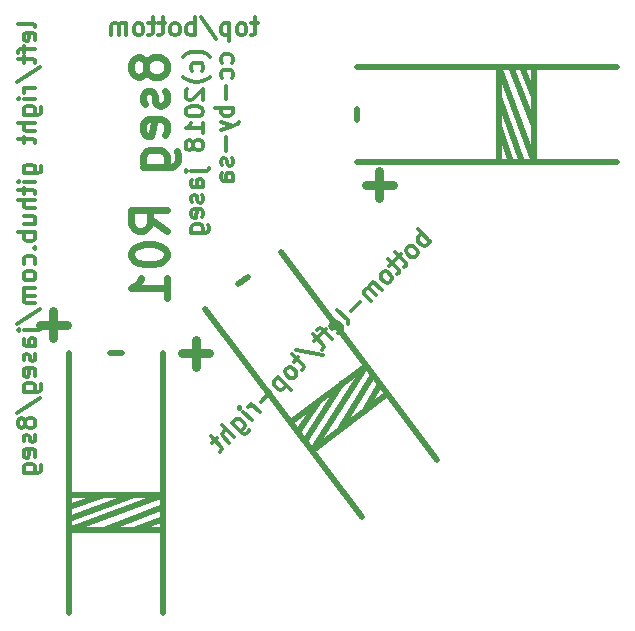
<source format=gbr>
G04 #@! TF.GenerationSoftware,KiCad,Pcbnew,(5.0.1)*
G04 #@! TF.CreationDate,2018-11-27T11:01:09+09:00*
G04 #@! TF.ProjectId,corner,636F726E65722E6B696361645F706362,rev?*
G04 #@! TF.SameCoordinates,Original*
G04 #@! TF.FileFunction,Legend,Bot*
G04 #@! TF.FilePolarity,Positive*
%FSLAX46Y46*%
G04 Gerber Fmt 4.6, Leading zero omitted, Abs format (unit mm)*
G04 Created by KiCad (PCBNEW (5.0.1)) date Tue Nov 27 11:01:09 2018*
%MOMM*%
%LPD*%
G01*
G04 APERTURE LIST*
%ADD10C,0.300000*%
%ADD11C,0.600000*%
%ADD12C,0.750000*%
%ADD13C,0.500000*%
G04 APERTURE END LIST*
D10*
X146478571Y-49362857D02*
X147692857Y-49362857D01*
X147835714Y-49291428D01*
X147907142Y-49220000D01*
X147978571Y-49077142D01*
X147978571Y-48862857D01*
X147907142Y-48720000D01*
X147407142Y-49362857D02*
X147478571Y-49220000D01*
X147478571Y-48934285D01*
X147407142Y-48791428D01*
X147335714Y-48720000D01*
X147192857Y-48648571D01*
X146764285Y-48648571D01*
X146621428Y-48720000D01*
X146550000Y-48791428D01*
X146478571Y-48934285D01*
X146478571Y-49220000D01*
X146550000Y-49362857D01*
X147478571Y-50077142D02*
X146478571Y-50077142D01*
X145978571Y-50077142D02*
X146050000Y-50005714D01*
X146121428Y-50077142D01*
X146050000Y-50148571D01*
X145978571Y-50077142D01*
X146121428Y-50077142D01*
X146478571Y-50577142D02*
X146478571Y-51148571D01*
X145978571Y-50791428D02*
X147264285Y-50791428D01*
X147407142Y-50862857D01*
X147478571Y-51005714D01*
X147478571Y-51148571D01*
X147478571Y-51648571D02*
X145978571Y-51648571D01*
X147478571Y-52291428D02*
X146692857Y-52291428D01*
X146550000Y-52220000D01*
X146478571Y-52077142D01*
X146478571Y-51862857D01*
X146550000Y-51720000D01*
X146621428Y-51648571D01*
X146478571Y-53648571D02*
X147478571Y-53648571D01*
X146478571Y-53005714D02*
X147264285Y-53005714D01*
X147407142Y-53077142D01*
X147478571Y-53220000D01*
X147478571Y-53434285D01*
X147407142Y-53577142D01*
X147335714Y-53648571D01*
X147478571Y-54362857D02*
X145978571Y-54362857D01*
X146550000Y-54362857D02*
X146478571Y-54505714D01*
X146478571Y-54791428D01*
X146550000Y-54934285D01*
X146621428Y-55005714D01*
X146764285Y-55077142D01*
X147192857Y-55077142D01*
X147335714Y-55005714D01*
X147407142Y-54934285D01*
X147478571Y-54791428D01*
X147478571Y-54505714D01*
X147407142Y-54362857D01*
X147335714Y-55720000D02*
X147407142Y-55791428D01*
X147478571Y-55720000D01*
X147407142Y-55648571D01*
X147335714Y-55720000D01*
X147478571Y-55720000D01*
X147407142Y-57077142D02*
X147478571Y-56934285D01*
X147478571Y-56648571D01*
X147407142Y-56505714D01*
X147335714Y-56434285D01*
X147192857Y-56362857D01*
X146764285Y-56362857D01*
X146621428Y-56434285D01*
X146550000Y-56505714D01*
X146478571Y-56648571D01*
X146478571Y-56934285D01*
X146550000Y-57077142D01*
X147478571Y-57934285D02*
X147407142Y-57791428D01*
X147335714Y-57720000D01*
X147192857Y-57648571D01*
X146764285Y-57648571D01*
X146621428Y-57720000D01*
X146550000Y-57791428D01*
X146478571Y-57934285D01*
X146478571Y-58148571D01*
X146550000Y-58291428D01*
X146621428Y-58362857D01*
X146764285Y-58434285D01*
X147192857Y-58434285D01*
X147335714Y-58362857D01*
X147407142Y-58291428D01*
X147478571Y-58148571D01*
X147478571Y-57934285D01*
X147478571Y-59077142D02*
X146478571Y-59077142D01*
X146621428Y-59077142D02*
X146550000Y-59148571D01*
X146478571Y-59291428D01*
X146478571Y-59505714D01*
X146550000Y-59648571D01*
X146692857Y-59720000D01*
X147478571Y-59720000D01*
X146692857Y-59720000D02*
X146550000Y-59791428D01*
X146478571Y-59934285D01*
X146478571Y-60148571D01*
X146550000Y-60291428D01*
X146692857Y-60362857D01*
X147478571Y-60362857D01*
X145907142Y-62148571D02*
X147835714Y-60862857D01*
X146478571Y-62648571D02*
X147764285Y-62648571D01*
X147907142Y-62577142D01*
X147978571Y-62434285D01*
X147978571Y-62362857D01*
X145978571Y-62648571D02*
X146050000Y-62577142D01*
X146121428Y-62648571D01*
X146050000Y-62720000D01*
X145978571Y-62648571D01*
X146121428Y-62648571D01*
X147478571Y-64005714D02*
X146692857Y-64005714D01*
X146550000Y-63934285D01*
X146478571Y-63791428D01*
X146478571Y-63505714D01*
X146550000Y-63362857D01*
X147407142Y-64005714D02*
X147478571Y-63862857D01*
X147478571Y-63505714D01*
X147407142Y-63362857D01*
X147264285Y-63291428D01*
X147121428Y-63291428D01*
X146978571Y-63362857D01*
X146907142Y-63505714D01*
X146907142Y-63862857D01*
X146835714Y-64005714D01*
X147407142Y-64648571D02*
X147478571Y-64791428D01*
X147478571Y-65077142D01*
X147407142Y-65220000D01*
X147264285Y-65291428D01*
X147192857Y-65291428D01*
X147050000Y-65220000D01*
X146978571Y-65077142D01*
X146978571Y-64862857D01*
X146907142Y-64720000D01*
X146764285Y-64648571D01*
X146692857Y-64648571D01*
X146550000Y-64720000D01*
X146478571Y-64862857D01*
X146478571Y-65077142D01*
X146550000Y-65220000D01*
X147407142Y-66505714D02*
X147478571Y-66362857D01*
X147478571Y-66077142D01*
X147407142Y-65934285D01*
X147264285Y-65862857D01*
X146692857Y-65862857D01*
X146550000Y-65934285D01*
X146478571Y-66077142D01*
X146478571Y-66362857D01*
X146550000Y-66505714D01*
X146692857Y-66577142D01*
X146835714Y-66577142D01*
X146978571Y-65862857D01*
X146478571Y-67862857D02*
X147692857Y-67862857D01*
X147835714Y-67791428D01*
X147907142Y-67720000D01*
X147978571Y-67577142D01*
X147978571Y-67362857D01*
X147907142Y-67220000D01*
X147407142Y-67862857D02*
X147478571Y-67720000D01*
X147478571Y-67434285D01*
X147407142Y-67291428D01*
X147335714Y-67220000D01*
X147192857Y-67148571D01*
X146764285Y-67148571D01*
X146621428Y-67220000D01*
X146550000Y-67291428D01*
X146478571Y-67434285D01*
X146478571Y-67720000D01*
X146550000Y-67862857D01*
X145907142Y-69648571D02*
X147835714Y-68362857D01*
X146621428Y-70362857D02*
X146550000Y-70220000D01*
X146478571Y-70148571D01*
X146335714Y-70077142D01*
X146264285Y-70077142D01*
X146121428Y-70148571D01*
X146050000Y-70220000D01*
X145978571Y-70362857D01*
X145978571Y-70648571D01*
X146050000Y-70791428D01*
X146121428Y-70862857D01*
X146264285Y-70934285D01*
X146335714Y-70934285D01*
X146478571Y-70862857D01*
X146550000Y-70791428D01*
X146621428Y-70648571D01*
X146621428Y-70362857D01*
X146692857Y-70220000D01*
X146764285Y-70148571D01*
X146907142Y-70077142D01*
X147192857Y-70077142D01*
X147335714Y-70148571D01*
X147407142Y-70220000D01*
X147478571Y-70362857D01*
X147478571Y-70648571D01*
X147407142Y-70791428D01*
X147335714Y-70862857D01*
X147192857Y-70934285D01*
X146907142Y-70934285D01*
X146764285Y-70862857D01*
X146692857Y-70791428D01*
X146621428Y-70648571D01*
X147407142Y-71505714D02*
X147478571Y-71648571D01*
X147478571Y-71934285D01*
X147407142Y-72077142D01*
X147264285Y-72148571D01*
X147192857Y-72148571D01*
X147050000Y-72077142D01*
X146978571Y-71934285D01*
X146978571Y-71720000D01*
X146907142Y-71577142D01*
X146764285Y-71505714D01*
X146692857Y-71505714D01*
X146550000Y-71577142D01*
X146478571Y-71720000D01*
X146478571Y-71934285D01*
X146550000Y-72077142D01*
X147407142Y-73362857D02*
X147478571Y-73220000D01*
X147478571Y-72934285D01*
X147407142Y-72791428D01*
X147264285Y-72720000D01*
X146692857Y-72720000D01*
X146550000Y-72791428D01*
X146478571Y-72934285D01*
X146478571Y-73220000D01*
X146550000Y-73362857D01*
X146692857Y-73434285D01*
X146835714Y-73434285D01*
X146978571Y-72720000D01*
X146478571Y-74720000D02*
X147692857Y-74720000D01*
X147835714Y-74648571D01*
X147907142Y-74577142D01*
X147978571Y-74434285D01*
X147978571Y-74220000D01*
X147907142Y-74077142D01*
X147407142Y-74720000D02*
X147478571Y-74577142D01*
X147478571Y-74291428D01*
X147407142Y-74148571D01*
X147335714Y-74077142D01*
X147192857Y-74005714D01*
X146764285Y-74005714D01*
X146621428Y-74077142D01*
X146550000Y-74148571D01*
X146478571Y-74291428D01*
X146478571Y-74577142D01*
X146550000Y-74720000D01*
X164107142Y-40021428D02*
X164178571Y-39878571D01*
X164178571Y-39592857D01*
X164107142Y-39450000D01*
X164035714Y-39378571D01*
X163892857Y-39307142D01*
X163464285Y-39307142D01*
X163321428Y-39378571D01*
X163250000Y-39450000D01*
X163178571Y-39592857D01*
X163178571Y-39878571D01*
X163250000Y-40021428D01*
X164107142Y-41307142D02*
X164178571Y-41164285D01*
X164178571Y-40878571D01*
X164107142Y-40735714D01*
X164035714Y-40664285D01*
X163892857Y-40592857D01*
X163464285Y-40592857D01*
X163321428Y-40664285D01*
X163250000Y-40735714D01*
X163178571Y-40878571D01*
X163178571Y-41164285D01*
X163250000Y-41307142D01*
X163607142Y-41950000D02*
X163607142Y-43092857D01*
X164178571Y-43807142D02*
X162678571Y-43807142D01*
X163250000Y-43807142D02*
X163178571Y-43950000D01*
X163178571Y-44235714D01*
X163250000Y-44378571D01*
X163321428Y-44450000D01*
X163464285Y-44521428D01*
X163892857Y-44521428D01*
X164035714Y-44450000D01*
X164107142Y-44378571D01*
X164178571Y-44235714D01*
X164178571Y-43950000D01*
X164107142Y-43807142D01*
X163178571Y-45021428D02*
X164178571Y-45378571D01*
X163178571Y-45735714D02*
X164178571Y-45378571D01*
X164535714Y-45235714D01*
X164607142Y-45164285D01*
X164678571Y-45021428D01*
X163607142Y-46307142D02*
X163607142Y-47450000D01*
X164107142Y-48092857D02*
X164178571Y-48235714D01*
X164178571Y-48521428D01*
X164107142Y-48664285D01*
X163964285Y-48735714D01*
X163892857Y-48735714D01*
X163750000Y-48664285D01*
X163678571Y-48521428D01*
X163678571Y-48307142D01*
X163607142Y-48164285D01*
X163464285Y-48092857D01*
X163392857Y-48092857D01*
X163250000Y-48164285D01*
X163178571Y-48307142D01*
X163178571Y-48521428D01*
X163250000Y-48664285D01*
X164178571Y-50021428D02*
X163392857Y-50021428D01*
X163250000Y-49950000D01*
X163178571Y-49807142D01*
X163178571Y-49521428D01*
X163250000Y-49378571D01*
X164107142Y-50021428D02*
X164178571Y-49878571D01*
X164178571Y-49521428D01*
X164107142Y-49378571D01*
X163964285Y-49307142D01*
X163821428Y-49307142D01*
X163678571Y-49378571D01*
X163607142Y-49521428D01*
X163607142Y-49878571D01*
X163535714Y-50021428D01*
X162260000Y-39490000D02*
X162188571Y-39418571D01*
X161974285Y-39275714D01*
X161831428Y-39204285D01*
X161617142Y-39132857D01*
X161260000Y-39061428D01*
X160974285Y-39061428D01*
X160617142Y-39132857D01*
X160402857Y-39204285D01*
X160260000Y-39275714D01*
X160045714Y-39418571D01*
X159974285Y-39490000D01*
X161617142Y-40704285D02*
X161688571Y-40561428D01*
X161688571Y-40275714D01*
X161617142Y-40132857D01*
X161545714Y-40061428D01*
X161402857Y-39990000D01*
X160974285Y-39990000D01*
X160831428Y-40061428D01*
X160760000Y-40132857D01*
X160688571Y-40275714D01*
X160688571Y-40561428D01*
X160760000Y-40704285D01*
X162260000Y-41204285D02*
X162188571Y-41275714D01*
X161974285Y-41418571D01*
X161831428Y-41490000D01*
X161617142Y-41561428D01*
X161260000Y-41632857D01*
X160974285Y-41632857D01*
X160617142Y-41561428D01*
X160402857Y-41490000D01*
X160260000Y-41418571D01*
X160045714Y-41275714D01*
X159974285Y-41204285D01*
X160331428Y-42275714D02*
X160260000Y-42347142D01*
X160188571Y-42490000D01*
X160188571Y-42847142D01*
X160260000Y-42990000D01*
X160331428Y-43061428D01*
X160474285Y-43132857D01*
X160617142Y-43132857D01*
X160831428Y-43061428D01*
X161688571Y-42204285D01*
X161688571Y-43132857D01*
X160188571Y-44061428D02*
X160188571Y-44204285D01*
X160260000Y-44347142D01*
X160331428Y-44418571D01*
X160474285Y-44490000D01*
X160760000Y-44561428D01*
X161117142Y-44561428D01*
X161402857Y-44490000D01*
X161545714Y-44418571D01*
X161617142Y-44347142D01*
X161688571Y-44204285D01*
X161688571Y-44061428D01*
X161617142Y-43918571D01*
X161545714Y-43847142D01*
X161402857Y-43775714D01*
X161117142Y-43704285D01*
X160760000Y-43704285D01*
X160474285Y-43775714D01*
X160331428Y-43847142D01*
X160260000Y-43918571D01*
X160188571Y-44061428D01*
X161688571Y-45990000D02*
X161688571Y-45132857D01*
X161688571Y-45561428D02*
X160188571Y-45561428D01*
X160402857Y-45418571D01*
X160545714Y-45275714D01*
X160617142Y-45132857D01*
X160831428Y-46847142D02*
X160760000Y-46704285D01*
X160688571Y-46632857D01*
X160545714Y-46561428D01*
X160474285Y-46561428D01*
X160331428Y-46632857D01*
X160260000Y-46704285D01*
X160188571Y-46847142D01*
X160188571Y-47132857D01*
X160260000Y-47275714D01*
X160331428Y-47347142D01*
X160474285Y-47418571D01*
X160545714Y-47418571D01*
X160688571Y-47347142D01*
X160760000Y-47275714D01*
X160831428Y-47132857D01*
X160831428Y-46847142D01*
X160902857Y-46704285D01*
X160974285Y-46632857D01*
X161117142Y-46561428D01*
X161402857Y-46561428D01*
X161545714Y-46632857D01*
X161617142Y-46704285D01*
X161688571Y-46847142D01*
X161688571Y-47132857D01*
X161617142Y-47275714D01*
X161545714Y-47347142D01*
X161402857Y-47418571D01*
X161117142Y-47418571D01*
X160974285Y-47347142D01*
X160902857Y-47275714D01*
X160831428Y-47132857D01*
X160688571Y-49204285D02*
X161974285Y-49204285D01*
X162117142Y-49132857D01*
X162188571Y-48990000D01*
X162188571Y-48918571D01*
X160188571Y-49204285D02*
X160260000Y-49132857D01*
X160331428Y-49204285D01*
X160260000Y-49275714D01*
X160188571Y-49204285D01*
X160331428Y-49204285D01*
X161688571Y-50561428D02*
X160902857Y-50561428D01*
X160760000Y-50490000D01*
X160688571Y-50347142D01*
X160688571Y-50061428D01*
X160760000Y-49918571D01*
X161617142Y-50561428D02*
X161688571Y-50418571D01*
X161688571Y-50061428D01*
X161617142Y-49918571D01*
X161474285Y-49847142D01*
X161331428Y-49847142D01*
X161188571Y-49918571D01*
X161117142Y-50061428D01*
X161117142Y-50418571D01*
X161045714Y-50561428D01*
X161617142Y-51204285D02*
X161688571Y-51347142D01*
X161688571Y-51632857D01*
X161617142Y-51775714D01*
X161474285Y-51847142D01*
X161402857Y-51847142D01*
X161260000Y-51775714D01*
X161188571Y-51632857D01*
X161188571Y-51418571D01*
X161117142Y-51275714D01*
X160974285Y-51204285D01*
X160902857Y-51204285D01*
X160760000Y-51275714D01*
X160688571Y-51418571D01*
X160688571Y-51632857D01*
X160760000Y-51775714D01*
X161617142Y-53061428D02*
X161688571Y-52918571D01*
X161688571Y-52632857D01*
X161617142Y-52490000D01*
X161474285Y-52418571D01*
X160902857Y-52418571D01*
X160760000Y-52490000D01*
X160688571Y-52632857D01*
X160688571Y-52918571D01*
X160760000Y-53061428D01*
X160902857Y-53132857D01*
X161045714Y-53132857D01*
X161188571Y-52418571D01*
X160688571Y-54418571D02*
X161902857Y-54418571D01*
X162045714Y-54347142D01*
X162117142Y-54275714D01*
X162188571Y-54132857D01*
X162188571Y-53918571D01*
X162117142Y-53775714D01*
X161617142Y-54418571D02*
X161688571Y-54275714D01*
X161688571Y-53990000D01*
X161617142Y-53847142D01*
X161545714Y-53775714D01*
X161402857Y-53704285D01*
X160974285Y-53704285D01*
X160831428Y-53775714D01*
X160760000Y-53847142D01*
X160688571Y-53990000D01*
X160688571Y-54275714D01*
X160760000Y-54418571D01*
D11*
X156862857Y-40087142D02*
X156720000Y-39801428D01*
X156577142Y-39658571D01*
X156291428Y-39515714D01*
X156148571Y-39515714D01*
X155862857Y-39658571D01*
X155720000Y-39801428D01*
X155577142Y-40087142D01*
X155577142Y-40658571D01*
X155720000Y-40944285D01*
X155862857Y-41087142D01*
X156148571Y-41230000D01*
X156291428Y-41230000D01*
X156577142Y-41087142D01*
X156720000Y-40944285D01*
X156862857Y-40658571D01*
X156862857Y-40087142D01*
X157005714Y-39801428D01*
X157148571Y-39658571D01*
X157434285Y-39515714D01*
X158005714Y-39515714D01*
X158291428Y-39658571D01*
X158434285Y-39801428D01*
X158577142Y-40087142D01*
X158577142Y-40658571D01*
X158434285Y-40944285D01*
X158291428Y-41087142D01*
X158005714Y-41230000D01*
X157434285Y-41230000D01*
X157148571Y-41087142D01*
X157005714Y-40944285D01*
X156862857Y-40658571D01*
X158434285Y-42372857D02*
X158577142Y-42658571D01*
X158577142Y-43230000D01*
X158434285Y-43515714D01*
X158148571Y-43658571D01*
X158005714Y-43658571D01*
X157720000Y-43515714D01*
X157577142Y-43230000D01*
X157577142Y-42801428D01*
X157434285Y-42515714D01*
X157148571Y-42372857D01*
X157005714Y-42372857D01*
X156720000Y-42515714D01*
X156577142Y-42801428D01*
X156577142Y-43230000D01*
X156720000Y-43515714D01*
X158434285Y-46087142D02*
X158577142Y-45801428D01*
X158577142Y-45230000D01*
X158434285Y-44944285D01*
X158148571Y-44801428D01*
X157005714Y-44801428D01*
X156720000Y-44944285D01*
X156577142Y-45230000D01*
X156577142Y-45801428D01*
X156720000Y-46087142D01*
X157005714Y-46230000D01*
X157291428Y-46230000D01*
X157577142Y-44801428D01*
X156577142Y-48801428D02*
X159005714Y-48801428D01*
X159291428Y-48658571D01*
X159434285Y-48515714D01*
X159577142Y-48230000D01*
X159577142Y-47801428D01*
X159434285Y-47515714D01*
X158434285Y-48801428D02*
X158577142Y-48515714D01*
X158577142Y-47944285D01*
X158434285Y-47658571D01*
X158291428Y-47515714D01*
X158005714Y-47372857D01*
X157148571Y-47372857D01*
X156862857Y-47515714D01*
X156720000Y-47658571D01*
X156577142Y-47944285D01*
X156577142Y-48515714D01*
X156720000Y-48801428D01*
X158577142Y-54230000D02*
X157148571Y-53230000D01*
X158577142Y-52515714D02*
X155577142Y-52515714D01*
X155577142Y-53658571D01*
X155720000Y-53944285D01*
X155862857Y-54087142D01*
X156148571Y-54230000D01*
X156577142Y-54230000D01*
X156862857Y-54087142D01*
X157005714Y-53944285D01*
X157148571Y-53658571D01*
X157148571Y-52515714D01*
X155577142Y-56087142D02*
X155577142Y-56372857D01*
X155720000Y-56658571D01*
X155862857Y-56801428D01*
X156148571Y-56944285D01*
X156720000Y-57087142D01*
X157434285Y-57087142D01*
X158005714Y-56944285D01*
X158291428Y-56801428D01*
X158434285Y-56658571D01*
X158577142Y-56372857D01*
X158577142Y-56087142D01*
X158434285Y-55801428D01*
X158291428Y-55658571D01*
X158005714Y-55515714D01*
X157434285Y-55372857D01*
X156720000Y-55372857D01*
X156148571Y-55515714D01*
X155862857Y-55658571D01*
X155720000Y-55801428D01*
X155577142Y-56087142D01*
X158577142Y-59944285D02*
X158577142Y-58230000D01*
X158577142Y-59087142D02*
X155577142Y-59087142D01*
X156005714Y-58801428D01*
X156291428Y-58515714D01*
X156434285Y-58230000D01*
D10*
X180893403Y-55156241D02*
X179832743Y-54095581D01*
X180236804Y-54499642D02*
X180085281Y-54550149D01*
X179883250Y-54752180D01*
X179832743Y-54903703D01*
X179832743Y-55004718D01*
X179883250Y-55156241D01*
X180186296Y-55459287D01*
X180337819Y-55509794D01*
X180438834Y-55509794D01*
X180590357Y-55459287D01*
X180792388Y-55257256D01*
X180842895Y-55105733D01*
X179782235Y-56267409D02*
X179832743Y-56115886D01*
X179832743Y-56014871D01*
X179782235Y-55863348D01*
X179479189Y-55560302D01*
X179327666Y-55509794D01*
X179226651Y-55509794D01*
X179075128Y-55560302D01*
X178923605Y-55711825D01*
X178873098Y-55863348D01*
X178873098Y-55964363D01*
X178923605Y-56115886D01*
X179226651Y-56418932D01*
X179378174Y-56469439D01*
X179479189Y-56469439D01*
X179630712Y-56418932D01*
X179782235Y-56267409D01*
X178418529Y-56216901D02*
X178014468Y-56620962D01*
X177913453Y-56014871D02*
X178822590Y-56924008D01*
X178873098Y-57075531D01*
X178822590Y-57227054D01*
X178721575Y-57328069D01*
X177812438Y-56822993D02*
X177408377Y-57227054D01*
X177307361Y-56620962D02*
X178216499Y-57530099D01*
X178267006Y-57681622D01*
X178216499Y-57833145D01*
X178115483Y-57934161D01*
X177610407Y-58439237D02*
X177660915Y-58287714D01*
X177660915Y-58186699D01*
X177610407Y-58035176D01*
X177307361Y-57732130D01*
X177155838Y-57681622D01*
X177054823Y-57681622D01*
X176903300Y-57732130D01*
X176751777Y-57883653D01*
X176701270Y-58035176D01*
X176701270Y-58136191D01*
X176751777Y-58287714D01*
X177054823Y-58590760D01*
X177206346Y-58641267D01*
X177307361Y-58641267D01*
X177458884Y-58590760D01*
X177610407Y-58439237D01*
X176802285Y-59247359D02*
X176095178Y-58540252D01*
X176196194Y-58641267D02*
X176095178Y-58641267D01*
X175943655Y-58691775D01*
X175792133Y-58843298D01*
X175741625Y-58994821D01*
X175792133Y-59146344D01*
X176347716Y-59701927D01*
X175792133Y-59146344D02*
X175640610Y-59095836D01*
X175489087Y-59146344D01*
X175337564Y-59297866D01*
X175287056Y-59449389D01*
X175337564Y-59600912D01*
X175893148Y-60156496D01*
X174984011Y-60257511D02*
X174175888Y-61065633D01*
X173923350Y-62126294D02*
X173973858Y-61974771D01*
X173923350Y-61823248D01*
X173014213Y-60914111D01*
X173064721Y-62883908D02*
X173216244Y-62833400D01*
X173418274Y-62631370D01*
X173468782Y-62479847D01*
X173418274Y-62328324D01*
X173014213Y-61924263D01*
X172862690Y-61873755D01*
X172711167Y-61924263D01*
X172509137Y-62126294D01*
X172458629Y-62277816D01*
X172509137Y-62429339D01*
X172610152Y-62530355D01*
X173216244Y-62126294D01*
X172054568Y-62580862D02*
X171650507Y-62984923D01*
X172610152Y-63439492D02*
X171701015Y-62530355D01*
X171549492Y-62479847D01*
X171397969Y-62530355D01*
X171296954Y-62631370D01*
X171448477Y-63186954D02*
X171044416Y-63591015D01*
X170943400Y-62984923D02*
X171852538Y-63894061D01*
X171903045Y-64045583D01*
X171852538Y-64197106D01*
X171751522Y-64298122D01*
X169529187Y-64298122D02*
X171802030Y-64752690D01*
X169731217Y-64904213D02*
X169327156Y-65308274D01*
X169226141Y-64702183D02*
X170135278Y-65611320D01*
X170185786Y-65762843D01*
X170135278Y-65914366D01*
X170034263Y-66015381D01*
X169529187Y-66520457D02*
X169579694Y-66368934D01*
X169579694Y-66267919D01*
X169529187Y-66116396D01*
X169226141Y-65813350D01*
X169074618Y-65762843D01*
X168973603Y-65762843D01*
X168822080Y-65813350D01*
X168670557Y-65964873D01*
X168620049Y-66116396D01*
X168620049Y-66217411D01*
X168670557Y-66368934D01*
X168973603Y-66671980D01*
X169125126Y-66722488D01*
X169226141Y-66722488D01*
X169377664Y-66671980D01*
X169529187Y-66520457D01*
X168013958Y-66621472D02*
X169074618Y-67682133D01*
X168064466Y-66671980D02*
X167912943Y-66722488D01*
X167710912Y-66924518D01*
X167660405Y-67076041D01*
X167660405Y-67177056D01*
X167710912Y-67328579D01*
X168013958Y-67631625D01*
X168165481Y-67682133D01*
X168266496Y-67682133D01*
X168418019Y-67631625D01*
X168620049Y-67429594D01*
X168670557Y-67278072D01*
X167357359Y-67884163D02*
X166549237Y-68692285D01*
X166448222Y-69601422D02*
X165741115Y-68894316D01*
X165943145Y-69096346D02*
X165791622Y-69045838D01*
X165690607Y-69045838D01*
X165539084Y-69096346D01*
X165438069Y-69197361D01*
X165791622Y-70258022D02*
X165084516Y-69550915D01*
X164730962Y-69197361D02*
X164831977Y-69197361D01*
X164831977Y-69298377D01*
X164730962Y-69298377D01*
X164730962Y-69197361D01*
X164831977Y-69298377D01*
X164124871Y-70510560D02*
X164983500Y-71369189D01*
X165135023Y-71419697D01*
X165236038Y-71419697D01*
X165387561Y-71369189D01*
X165539084Y-71217666D01*
X165589592Y-71066144D01*
X164781470Y-71167159D02*
X164932993Y-71116651D01*
X165135023Y-70914621D01*
X165185531Y-70763098D01*
X165185531Y-70662083D01*
X165135023Y-70510560D01*
X164831977Y-70207514D01*
X164680455Y-70157006D01*
X164579439Y-70157006D01*
X164427916Y-70207514D01*
X164225886Y-70409544D01*
X164175378Y-70561067D01*
X164326901Y-71722743D02*
X163266241Y-70662083D01*
X163872333Y-72177311D02*
X163316749Y-71621727D01*
X163266241Y-71470205D01*
X163316749Y-71318682D01*
X163468272Y-71167159D01*
X163619794Y-71116651D01*
X163720810Y-71116651D01*
X162811672Y-71823758D02*
X162407611Y-72227819D01*
X162306596Y-71621727D02*
X163215733Y-72530865D01*
X163266241Y-72682388D01*
X163215733Y-72833911D01*
X163114718Y-72934926D01*
X147478571Y-36975714D02*
X147407142Y-36832857D01*
X147264285Y-36761428D01*
X145978571Y-36761428D01*
X147407142Y-38118571D02*
X147478571Y-37975714D01*
X147478571Y-37690000D01*
X147407142Y-37547142D01*
X147264285Y-37475714D01*
X146692857Y-37475714D01*
X146550000Y-37547142D01*
X146478571Y-37690000D01*
X146478571Y-37975714D01*
X146550000Y-38118571D01*
X146692857Y-38190000D01*
X146835714Y-38190000D01*
X146978571Y-37475714D01*
X146478571Y-38618571D02*
X146478571Y-39190000D01*
X147478571Y-38832857D02*
X146192857Y-38832857D01*
X146050000Y-38904285D01*
X145978571Y-39047142D01*
X145978571Y-39190000D01*
X146478571Y-39475714D02*
X146478571Y-40047142D01*
X145978571Y-39690000D02*
X147264285Y-39690000D01*
X147407142Y-39761428D01*
X147478571Y-39904285D01*
X147478571Y-40047142D01*
X145907142Y-41618571D02*
X147835714Y-40332857D01*
X147478571Y-42118571D02*
X146478571Y-42118571D01*
X146764285Y-42118571D02*
X146621428Y-42190000D01*
X146550000Y-42261428D01*
X146478571Y-42404285D01*
X146478571Y-42547142D01*
X147478571Y-43047142D02*
X146478571Y-43047142D01*
X145978571Y-43047142D02*
X146050000Y-42975714D01*
X146121428Y-43047142D01*
X146050000Y-43118571D01*
X145978571Y-43047142D01*
X146121428Y-43047142D01*
X146478571Y-44404285D02*
X147692857Y-44404285D01*
X147835714Y-44332857D01*
X147907142Y-44261428D01*
X147978571Y-44118571D01*
X147978571Y-43904285D01*
X147907142Y-43761428D01*
X147407142Y-44404285D02*
X147478571Y-44261428D01*
X147478571Y-43975714D01*
X147407142Y-43832857D01*
X147335714Y-43761428D01*
X147192857Y-43690000D01*
X146764285Y-43690000D01*
X146621428Y-43761428D01*
X146550000Y-43832857D01*
X146478571Y-43975714D01*
X146478571Y-44261428D01*
X146550000Y-44404285D01*
X147478571Y-45118571D02*
X145978571Y-45118571D01*
X147478571Y-45761428D02*
X146692857Y-45761428D01*
X146550000Y-45690000D01*
X146478571Y-45547142D01*
X146478571Y-45332857D01*
X146550000Y-45190000D01*
X146621428Y-45118571D01*
X146478571Y-46261428D02*
X146478571Y-46832857D01*
X145978571Y-46475714D02*
X147264285Y-46475714D01*
X147407142Y-46547142D01*
X147478571Y-46690000D01*
X147478571Y-46832857D01*
D12*
X150142857Y-62214285D02*
X147857142Y-62214285D01*
X149000000Y-63357142D02*
X149000000Y-61071428D01*
X162182857Y-64594285D02*
X159897142Y-64594285D01*
X161040000Y-65737142D02*
X161040000Y-63451428D01*
X177712857Y-50354285D02*
X175427142Y-50354285D01*
X176570000Y-51497142D02*
X176570000Y-49211428D01*
D10*
X166321428Y-36678571D02*
X165750000Y-36678571D01*
X166107142Y-36178571D02*
X166107142Y-37464285D01*
X166035714Y-37607142D01*
X165892857Y-37678571D01*
X165750000Y-37678571D01*
X165035714Y-37678571D02*
X165178571Y-37607142D01*
X165250000Y-37535714D01*
X165321428Y-37392857D01*
X165321428Y-36964285D01*
X165250000Y-36821428D01*
X165178571Y-36750000D01*
X165035714Y-36678571D01*
X164821428Y-36678571D01*
X164678571Y-36750000D01*
X164607142Y-36821428D01*
X164535714Y-36964285D01*
X164535714Y-37392857D01*
X164607142Y-37535714D01*
X164678571Y-37607142D01*
X164821428Y-37678571D01*
X165035714Y-37678571D01*
X163892857Y-36678571D02*
X163892857Y-38178571D01*
X163892857Y-36750000D02*
X163750000Y-36678571D01*
X163464285Y-36678571D01*
X163321428Y-36750000D01*
X163250000Y-36821428D01*
X163178571Y-36964285D01*
X163178571Y-37392857D01*
X163250000Y-37535714D01*
X163321428Y-37607142D01*
X163464285Y-37678571D01*
X163750000Y-37678571D01*
X163892857Y-37607142D01*
X161464285Y-36107142D02*
X162750000Y-38035714D01*
X160964285Y-37678571D02*
X160964285Y-36178571D01*
X160964285Y-36750000D02*
X160821428Y-36678571D01*
X160535714Y-36678571D01*
X160392857Y-36750000D01*
X160321428Y-36821428D01*
X160250000Y-36964285D01*
X160250000Y-37392857D01*
X160321428Y-37535714D01*
X160392857Y-37607142D01*
X160535714Y-37678571D01*
X160821428Y-37678571D01*
X160964285Y-37607142D01*
X159392857Y-37678571D02*
X159535714Y-37607142D01*
X159607142Y-37535714D01*
X159678571Y-37392857D01*
X159678571Y-36964285D01*
X159607142Y-36821428D01*
X159535714Y-36750000D01*
X159392857Y-36678571D01*
X159178571Y-36678571D01*
X159035714Y-36750000D01*
X158964285Y-36821428D01*
X158892857Y-36964285D01*
X158892857Y-37392857D01*
X158964285Y-37535714D01*
X159035714Y-37607142D01*
X159178571Y-37678571D01*
X159392857Y-37678571D01*
X158464285Y-36678571D02*
X157892857Y-36678571D01*
X158250000Y-36178571D02*
X158250000Y-37464285D01*
X158178571Y-37607142D01*
X158035714Y-37678571D01*
X157892857Y-37678571D01*
X157607142Y-36678571D02*
X157035714Y-36678571D01*
X157392857Y-36178571D02*
X157392857Y-37464285D01*
X157321428Y-37607142D01*
X157178571Y-37678571D01*
X157035714Y-37678571D01*
X156321428Y-37678571D02*
X156464285Y-37607142D01*
X156535714Y-37535714D01*
X156607142Y-37392857D01*
X156607142Y-36964285D01*
X156535714Y-36821428D01*
X156464285Y-36750000D01*
X156321428Y-36678571D01*
X156107142Y-36678571D01*
X155964285Y-36750000D01*
X155892857Y-36821428D01*
X155821428Y-36964285D01*
X155821428Y-37392857D01*
X155892857Y-37535714D01*
X155964285Y-37607142D01*
X156107142Y-37678571D01*
X156321428Y-37678571D01*
X155178571Y-37678571D02*
X155178571Y-36678571D01*
X155178571Y-36821428D02*
X155107142Y-36750000D01*
X154964285Y-36678571D01*
X154750000Y-36678571D01*
X154607142Y-36750000D01*
X154535714Y-36892857D01*
X154535714Y-37678571D01*
X154535714Y-36892857D02*
X154464285Y-36750000D01*
X154321428Y-36678571D01*
X154107142Y-36678571D01*
X153964285Y-36750000D01*
X153892857Y-36892857D01*
X153892857Y-37678571D01*
D13*
G04 #@! TO.C,J2*
X165449318Y-58174092D02*
X164650682Y-58775908D01*
X175095388Y-78452241D02*
X161855458Y-60882260D01*
X168244542Y-56067740D02*
X181484472Y-73637720D01*
X177271767Y-68047273D02*
X170882684Y-72861792D01*
X170882684Y-72861792D02*
X175466322Y-65651366D01*
X175466322Y-65651366D02*
X169077238Y-70465886D01*
X170280868Y-72063157D02*
X173469734Y-67155904D01*
X171473145Y-68660441D02*
X169679054Y-71264521D01*
X176669952Y-67248637D02*
X175275179Y-69551810D01*
X176068137Y-66450002D02*
X173278590Y-71056348D01*
G04 #@! TO.C,J1*
X187700000Y-40400000D02*
X189700000Y-45400000D01*
X188700000Y-40400000D02*
X189700000Y-42900000D01*
X186700000Y-45400000D02*
X187700000Y-48400000D01*
X188700000Y-48400000D02*
X186700000Y-42900000D01*
X186700000Y-40400000D02*
X186700000Y-48400000D01*
X189700000Y-48400000D02*
X186700000Y-40400000D01*
X189700000Y-40400000D02*
X189700000Y-48400000D01*
X174700000Y-40400000D02*
X196700000Y-40400000D01*
X196700000Y-48400000D02*
X174700000Y-48400000D01*
X174700000Y-43900000D02*
X174700000Y-44900000D01*
G04 #@! TO.C,J3*
X158300000Y-77600000D02*
X153300000Y-79600000D01*
X158300000Y-78600000D02*
X155800000Y-79600000D01*
X153300000Y-76600000D02*
X150300000Y-77600000D01*
X150300000Y-78600000D02*
X155800000Y-76600000D01*
X158300000Y-76600000D02*
X150300000Y-76600000D01*
X150300000Y-79600000D02*
X158300000Y-76600000D01*
X158300000Y-79600000D02*
X150300000Y-79600000D01*
X158300000Y-64600000D02*
X158300000Y-86600000D01*
X150300000Y-86600000D02*
X150300000Y-64600000D01*
X154800000Y-64600000D02*
X153800000Y-64600000D01*
G04 #@! TD*
M02*

</source>
